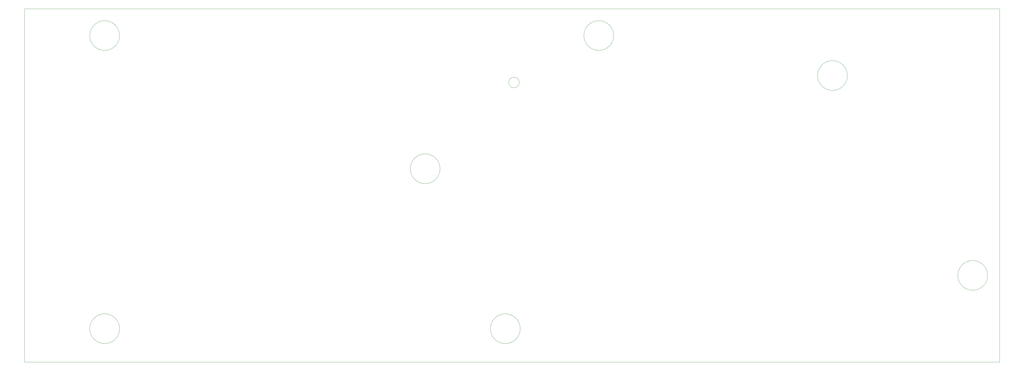
<source format=gbr>
%TF.GenerationSoftware,KiCad,Pcbnew,7.0.6*%
%TF.CreationDate,2023-10-21T08:39:51-04:00*%
%TF.ProjectId,mecmec,6d65636d-6563-42e6-9b69-6361645f7063,rev?*%
%TF.SameCoordinates,Original*%
%TF.FileFunction,Profile,NP*%
%FSLAX46Y46*%
G04 Gerber Fmt 4.6, Leading zero omitted, Abs format (unit mm)*
G04 Created by KiCad (PCBNEW 7.0.6) date 2023-10-21 08:39:51*
%MOMM*%
%LPD*%
G01*
G04 APERTURE LIST*
%TA.AperFunction,Profile*%
%ADD10C,0.100000*%
%TD*%
G04 APERTURE END LIST*
D10*
X195486796Y-45371596D02*
G75*
G03*
X195486796Y-45371596I-1886796J0D01*
G01*
X52949637Y-28575000D02*
G75*
G03*
X52949637Y-28575000I-5324637J0D01*
G01*
X195824637Y-133350000D02*
G75*
G03*
X195824637Y-133350000I-5324637J0D01*
G01*
X362512137Y-114300000D02*
G75*
G03*
X362512137Y-114300000I-5324637J0D01*
G01*
X229162137Y-28575000D02*
G75*
G03*
X229162137Y-28575000I-5324637J0D01*
G01*
X19050000Y-145256250D02*
X19050000Y-19050000D01*
X312505887Y-42862500D02*
G75*
G03*
X312505887Y-42862500I-5324637J0D01*
G01*
X366712500Y-19050000D02*
X366712500Y-145256250D01*
X366712500Y-145256250D02*
X19050000Y-145256250D01*
X52949637Y-133350000D02*
G75*
G03*
X52949637Y-133350000I-5324637J0D01*
G01*
X19050000Y-19050000D02*
X366712500Y-19050000D01*
X167249637Y-76200000D02*
G75*
G03*
X167249637Y-76200000I-5324637J0D01*
G01*
M02*

</source>
